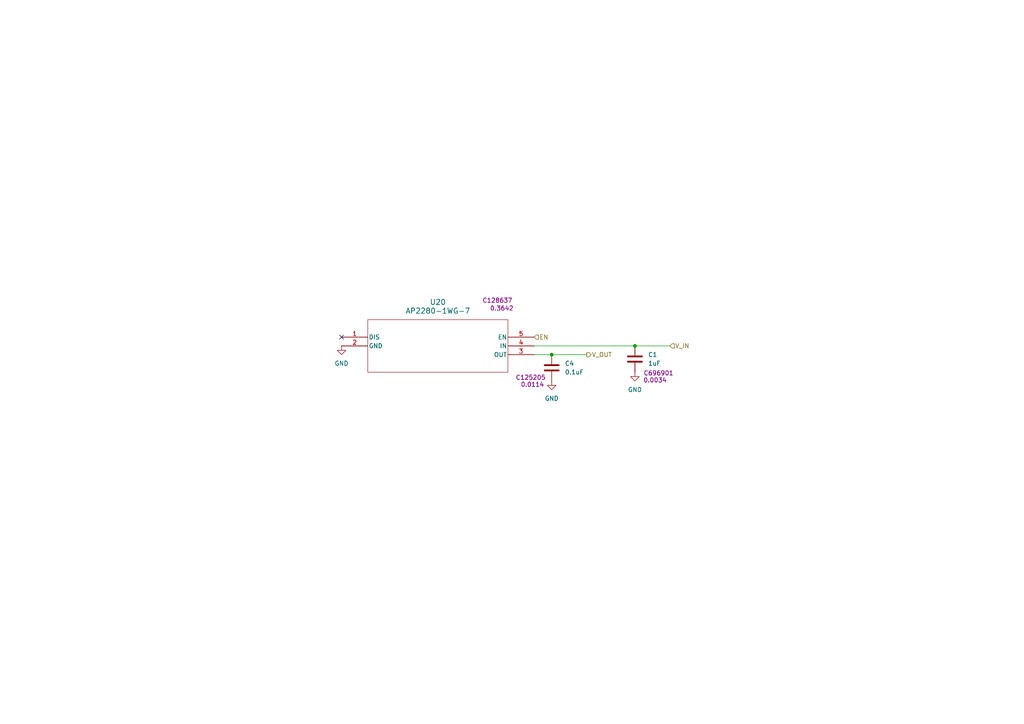
<source format=kicad_sch>
(kicad_sch (version 20250114) (generator "eeschema") (generator_version "9.0")
  (paper "A4")
  (lib_symbols
    (symbol "AP2280:AP2280-1WG-7" (pin_names (offset 0.254))
      (property "Reference" "U" (at 27.94 10.16 0))
      (property "Value" "AP2280-1WG-7" (at 27.94 7.62 0))
      (symbol "AP2280-1WG-7_0_1"
        (polyline (pts (xy 7.62 5.08) (xy 7.62 -10.16)) (stroke (width 0.127)))
        (polyline (pts (xy 7.62 -10.16) (xy 48.26 -10.16)) (stroke (width 0.127)))
        (polyline (pts (xy 48.26 5.08) (xy 7.62 5.08)) (stroke (width 0.127)))
        (polyline (pts (xy 48.26 -10.16) (xy 48.26 5.08)) (stroke (width 0.127)))
        (pin output line (at 0 0 0) (length 7.62) (name "DIS") (number "1"))
        (pin power_in line (at 0 -2.54 0) (length 7.62) (name "GND") (number "2"))
        (pin input line (at 55.88 0 180) (length 7.62) (name "EN") (number "5"))
        (pin input line (at 55.88 -2.54 180) (length 7.62) (name "IN") (number "4"))
        (pin output line (at 55.88 -5.08 180) (length 7.62) (name "OUT") (number "3"))
      )
    )
    (symbol "Device:C" (pin_numbers (hide yes)) (pin_names (offset 0.254))
      (property "Reference" "C" (at 0.635 2.54 0))
      (property "Value" "C" (at 0.635 -2.54 0))
      (symbol "C_0_1"
        (polyline (pts (xy -2.032 0.762) (xy 2.032 0.762)) (stroke (width 0.508)))
        (polyline (pts (xy -2.032 -0.762) (xy 2.032 -0.762)) (stroke (width 0.508)))
      )
      (symbol "C_1_1"
        (pin passive line (at 0 3.81 270) (length 2.794) (name "~") (number "1"))
        (pin passive line (at 0 -3.81 90) (length 2.794) (name "~") (number "2"))
      )
    )
    (symbol "power:GND" (power) (pin_numbers (hide yes)) (pin_names (offset 0) (hide yes))
      (property "Value" "GND" (at 0 -3.81 0))
      (symbol "GND_0_1"
        (polyline (pts (xy 0 0) (xy 0 -1.27) (xy 1.27 -1.27) (xy 0 -2.54) (xy -1.27 -1.27) (xy 0 -1.27)))
      )
      (symbol "GND_1_1"
        (pin power_in line (at 0 0 270) (length 0) (name "~") (number "1"))
      )
    )
  )
  (junction (at 160.02 102.87))
  (junction (at 184.15 100.33))
  (no_connect (at 99.06 97.79))
  (wire (pts (xy 154.94 102.87) (xy 160.02 102.87)))
  (wire (pts (xy 160.02 102.87) (xy 170.18 102.87)))
  (wire (pts (xy 154.94 100.33) (xy 184.15 100.33)))
  (wire (pts (xy 194.31 100.33) (xy 184.15 100.33)))
  (hierarchical_label "V_OUT" (shape output) (at 170.18 102.87 0))
  (hierarchical_label "EN" (shape input) (at 154.94 97.79 0))
  (hierarchical_label "V_IN" (shape input) (at 194.31 100.33 0))
  (symbol (lib_id "AP2280:AP2280-1WG-7") (at 99.06 97.79 0) (unit 1)
    (property "Reference" "U4" (at 127 87.63 0) (effects (font (size 1.524 1.524))))
    (property "Value" "AP2280-1WG-7" (at 127 90.17 0) (effects (font (size 1.524 1.524))))
    (property "Footprint" "SOT25_DIO" (effects (hide yes)))
    (property "Datasheet" "https://www.diodes.com/assets/Datasheets/AP2280.pdf" (effects (hide yes)))
    (property "LCSC part" "C128637" (at 144.272 87.122 0))
    (property "LCSC price ($US)" "0.3642" (at 145.542 89.408 0))
    (instances (project "main" (path "" (reference "U20") (unit 1)) (path "" (reference "U4") (unit 1))))
  )
  (symbol (lib_id "power:GND") (at 160.02 110.49 0) (unit 1)
    (property "Reference" "#PWR031" (effects (hide yes)))
    (property "Value" "GND" (at 160.02 115.57 0))
    (property "Description" "Power symbol creates a global label with name \"GND\" , ground" (effects (hide yes)))
    (instances (project "main" (path "" (reference "#PWR020") (unit 1)) (path "" (reference "#PWR031") (unit 1))))
  )
  (symbol (lib_id "power:GND") (at 184.15 107.95 0) (unit 1)
    (property "Reference" "#PWR034" (effects (hide yes)))
    (property "Value" "GND" (at 184.15 113.03 0))
    (property "Description" "Power symbol creates a global label with name \"GND\" , ground" (effects (hide yes)))
    (instances (project "main" (path "" (reference "#PWR016") (unit 1)) (path "" (reference "#PWR034") (unit 1))))
  )
  (symbol (lib_id "power:GND") (at 99.06 100.33 0) (unit 1)
    (property "Reference" "#PWR021" (effects (hide yes)))
    (property "Value" "GND" (at 99.06 105.41 0))
    (property "Description" "Power symbol creates a global label with name \"GND\" , ground" (effects (hide yes)))
    (instances (project "main" (path "" (reference "#PWR019") (unit 1)) (path "" (reference "#PWR021") (unit 1))))
  )
  (symbol (lib_id "Device:C") (at 184.15 104.14 0) (unit 1)
    (property "Reference" "C18" (at 187.96 102.8699 0) (effects (justify left)))
    (property "Value" "1uF" (at 187.96 105.4099 0) (effects (justify left)))
    (property "Footprint" "Capacitor_SMD:C_0603_1608Metric" (effects (hide yes)))
    (property "Description" "Unpolarized capacitor" (effects (hide yes)))
    (property "LCSC part" "C696901" (at 191.008 108.204 0))
    (property "LCSC price ($US)" "0.0034" (at 189.992 110.236 0))
    (instances (project "main" (path "" (reference "C1") (unit 1)) (path "" (reference "C18") (unit 1))))
  )
  (symbol (lib_id "Device:C") (at 160.02 106.68 0) (unit 1)
    (property "Reference" "C5" (at 163.83 105.4099 0) (effects (justify left)))
    (property "Value" "0.1uF" (at 163.83 107.9499 0) (effects (justify left)))
    (property "Footprint" "Capacitor_SMD:C_0603_1608Metric" (effects (hide yes)))
    (property "Description" "Unpolarized capacitor" (effects (hide yes)))
    (property "LCSC part" "C125205" (at 153.924 109.474 0))
    (property "LCSC price ($US)" "0.0114" (at 154.432 111.506 0))
    (instances (project "main" (path "" (reference "C4") (unit 1)) (path "" (reference "C5") (unit 1))))
  )
)
</source>
